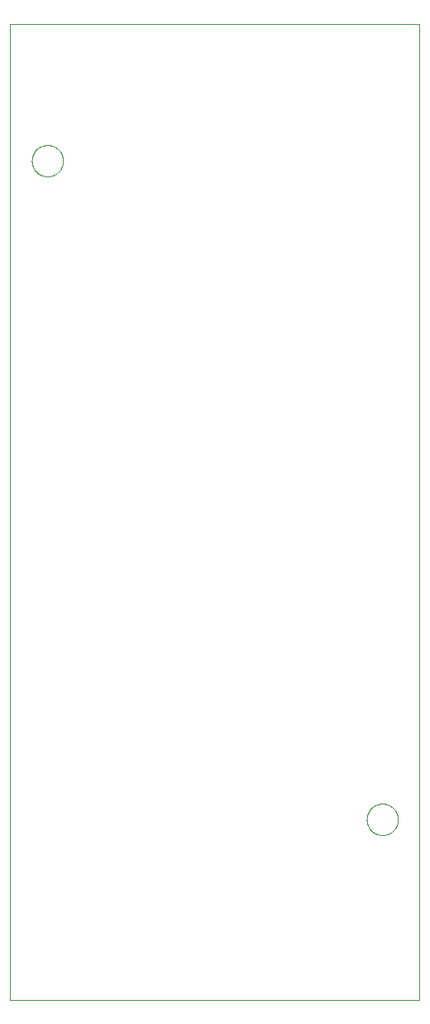
<source format=gko>
G04 EAGLE Gerber RS-274X export*
G75*
%MOMM*%
%FSLAX34Y34*%
%LPD*%
%INBoard Outline*%
%IPPOS*%
%AMOC8*
5,1,8,0,0,1.08239X$1,22.5*%
G01*
%ADD10C,0.000000*%


D10*
X0Y0D02*
X0Y996950D01*
X0Y0D02*
X419100Y0D01*
X419100Y996950D02*
X0Y996950D01*
X419100Y844550D02*
X419100Y0D01*
X419100Y539750D02*
X419100Y996950D01*
X22098Y857250D02*
X22103Y857643D01*
X22117Y858035D01*
X22141Y858427D01*
X22175Y858818D01*
X22218Y859209D01*
X22271Y859598D01*
X22334Y859986D01*
X22405Y860372D01*
X22487Y860756D01*
X22578Y861138D01*
X22678Y861518D01*
X22787Y861895D01*
X22906Y862270D01*
X23033Y862641D01*
X23170Y863009D01*
X23316Y863374D01*
X23471Y863735D01*
X23634Y864092D01*
X23807Y864445D01*
X23987Y864793D01*
X24177Y865137D01*
X24375Y865477D01*
X24581Y865811D01*
X24795Y866140D01*
X25017Y866464D01*
X25247Y866782D01*
X25485Y867095D01*
X25730Y867402D01*
X25983Y867702D01*
X26243Y867996D01*
X26511Y868284D01*
X26785Y868565D01*
X27066Y868839D01*
X27354Y869107D01*
X27648Y869367D01*
X27948Y869620D01*
X28255Y869865D01*
X28568Y870103D01*
X28886Y870333D01*
X29210Y870555D01*
X29539Y870769D01*
X29873Y870975D01*
X30213Y871173D01*
X30557Y871363D01*
X30905Y871543D01*
X31258Y871716D01*
X31615Y871879D01*
X31976Y872034D01*
X32341Y872180D01*
X32709Y872317D01*
X33080Y872444D01*
X33455Y872563D01*
X33832Y872672D01*
X34212Y872772D01*
X34594Y872863D01*
X34978Y872945D01*
X35364Y873016D01*
X35752Y873079D01*
X36141Y873132D01*
X36532Y873175D01*
X36923Y873209D01*
X37315Y873233D01*
X37707Y873247D01*
X38100Y873252D01*
X38493Y873247D01*
X38885Y873233D01*
X39277Y873209D01*
X39668Y873175D01*
X40059Y873132D01*
X40448Y873079D01*
X40836Y873016D01*
X41222Y872945D01*
X41606Y872863D01*
X41988Y872772D01*
X42368Y872672D01*
X42745Y872563D01*
X43120Y872444D01*
X43491Y872317D01*
X43859Y872180D01*
X44224Y872034D01*
X44585Y871879D01*
X44942Y871716D01*
X45295Y871543D01*
X45643Y871363D01*
X45987Y871173D01*
X46327Y870975D01*
X46661Y870769D01*
X46990Y870555D01*
X47314Y870333D01*
X47632Y870103D01*
X47945Y869865D01*
X48252Y869620D01*
X48552Y869367D01*
X48846Y869107D01*
X49134Y868839D01*
X49415Y868565D01*
X49689Y868284D01*
X49957Y867996D01*
X50217Y867702D01*
X50470Y867402D01*
X50715Y867095D01*
X50953Y866782D01*
X51183Y866464D01*
X51405Y866140D01*
X51619Y865811D01*
X51825Y865477D01*
X52023Y865137D01*
X52213Y864793D01*
X52393Y864445D01*
X52566Y864092D01*
X52729Y863735D01*
X52884Y863374D01*
X53030Y863009D01*
X53167Y862641D01*
X53294Y862270D01*
X53413Y861895D01*
X53522Y861518D01*
X53622Y861138D01*
X53713Y860756D01*
X53795Y860372D01*
X53866Y859986D01*
X53929Y859598D01*
X53982Y859209D01*
X54025Y858818D01*
X54059Y858427D01*
X54083Y858035D01*
X54097Y857643D01*
X54102Y857250D01*
X54097Y856857D01*
X54083Y856465D01*
X54059Y856073D01*
X54025Y855682D01*
X53982Y855291D01*
X53929Y854902D01*
X53866Y854514D01*
X53795Y854128D01*
X53713Y853744D01*
X53622Y853362D01*
X53522Y852982D01*
X53413Y852605D01*
X53294Y852230D01*
X53167Y851859D01*
X53030Y851491D01*
X52884Y851126D01*
X52729Y850765D01*
X52566Y850408D01*
X52393Y850055D01*
X52213Y849707D01*
X52023Y849363D01*
X51825Y849023D01*
X51619Y848689D01*
X51405Y848360D01*
X51183Y848036D01*
X50953Y847718D01*
X50715Y847405D01*
X50470Y847098D01*
X50217Y846798D01*
X49957Y846504D01*
X49689Y846216D01*
X49415Y845935D01*
X49134Y845661D01*
X48846Y845393D01*
X48552Y845133D01*
X48252Y844880D01*
X47945Y844635D01*
X47632Y844397D01*
X47314Y844167D01*
X46990Y843945D01*
X46661Y843731D01*
X46327Y843525D01*
X45987Y843327D01*
X45643Y843137D01*
X45295Y842957D01*
X44942Y842784D01*
X44585Y842621D01*
X44224Y842466D01*
X43859Y842320D01*
X43491Y842183D01*
X43120Y842056D01*
X42745Y841937D01*
X42368Y841828D01*
X41988Y841728D01*
X41606Y841637D01*
X41222Y841555D01*
X40836Y841484D01*
X40448Y841421D01*
X40059Y841368D01*
X39668Y841325D01*
X39277Y841291D01*
X38885Y841267D01*
X38493Y841253D01*
X38100Y841248D01*
X37707Y841253D01*
X37315Y841267D01*
X36923Y841291D01*
X36532Y841325D01*
X36141Y841368D01*
X35752Y841421D01*
X35364Y841484D01*
X34978Y841555D01*
X34594Y841637D01*
X34212Y841728D01*
X33832Y841828D01*
X33455Y841937D01*
X33080Y842056D01*
X32709Y842183D01*
X32341Y842320D01*
X31976Y842466D01*
X31615Y842621D01*
X31258Y842784D01*
X30905Y842957D01*
X30557Y843137D01*
X30213Y843327D01*
X29873Y843525D01*
X29539Y843731D01*
X29210Y843945D01*
X28886Y844167D01*
X28568Y844397D01*
X28255Y844635D01*
X27948Y844880D01*
X27648Y845133D01*
X27354Y845393D01*
X27066Y845661D01*
X26785Y845935D01*
X26511Y846216D01*
X26243Y846504D01*
X25983Y846798D01*
X25730Y847098D01*
X25485Y847405D01*
X25247Y847718D01*
X25017Y848036D01*
X24795Y848360D01*
X24581Y848689D01*
X24375Y849023D01*
X24177Y849363D01*
X23987Y849707D01*
X23807Y850055D01*
X23634Y850408D01*
X23471Y850765D01*
X23316Y851126D01*
X23170Y851491D01*
X23033Y851859D01*
X22906Y852230D01*
X22787Y852605D01*
X22678Y852982D01*
X22578Y853362D01*
X22487Y853744D01*
X22405Y854128D01*
X22334Y854514D01*
X22271Y854902D01*
X22218Y855291D01*
X22175Y855682D01*
X22141Y856073D01*
X22117Y856465D01*
X22103Y856857D01*
X22098Y857250D01*
X364998Y184150D02*
X365003Y184543D01*
X365017Y184935D01*
X365041Y185327D01*
X365075Y185718D01*
X365118Y186109D01*
X365171Y186498D01*
X365234Y186886D01*
X365305Y187272D01*
X365387Y187656D01*
X365478Y188038D01*
X365578Y188418D01*
X365687Y188795D01*
X365806Y189170D01*
X365933Y189541D01*
X366070Y189909D01*
X366216Y190274D01*
X366371Y190635D01*
X366534Y190992D01*
X366707Y191345D01*
X366887Y191693D01*
X367077Y192037D01*
X367275Y192377D01*
X367481Y192711D01*
X367695Y193040D01*
X367917Y193364D01*
X368147Y193682D01*
X368385Y193995D01*
X368630Y194302D01*
X368883Y194602D01*
X369143Y194896D01*
X369411Y195184D01*
X369685Y195465D01*
X369966Y195739D01*
X370254Y196007D01*
X370548Y196267D01*
X370848Y196520D01*
X371155Y196765D01*
X371468Y197003D01*
X371786Y197233D01*
X372110Y197455D01*
X372439Y197669D01*
X372773Y197875D01*
X373113Y198073D01*
X373457Y198263D01*
X373805Y198443D01*
X374158Y198616D01*
X374515Y198779D01*
X374876Y198934D01*
X375241Y199080D01*
X375609Y199217D01*
X375980Y199344D01*
X376355Y199463D01*
X376732Y199572D01*
X377112Y199672D01*
X377494Y199763D01*
X377878Y199845D01*
X378264Y199916D01*
X378652Y199979D01*
X379041Y200032D01*
X379432Y200075D01*
X379823Y200109D01*
X380215Y200133D01*
X380607Y200147D01*
X381000Y200152D01*
X381393Y200147D01*
X381785Y200133D01*
X382177Y200109D01*
X382568Y200075D01*
X382959Y200032D01*
X383348Y199979D01*
X383736Y199916D01*
X384122Y199845D01*
X384506Y199763D01*
X384888Y199672D01*
X385268Y199572D01*
X385645Y199463D01*
X386020Y199344D01*
X386391Y199217D01*
X386759Y199080D01*
X387124Y198934D01*
X387485Y198779D01*
X387842Y198616D01*
X388195Y198443D01*
X388543Y198263D01*
X388887Y198073D01*
X389227Y197875D01*
X389561Y197669D01*
X389890Y197455D01*
X390214Y197233D01*
X390532Y197003D01*
X390845Y196765D01*
X391152Y196520D01*
X391452Y196267D01*
X391746Y196007D01*
X392034Y195739D01*
X392315Y195465D01*
X392589Y195184D01*
X392857Y194896D01*
X393117Y194602D01*
X393370Y194302D01*
X393615Y193995D01*
X393853Y193682D01*
X394083Y193364D01*
X394305Y193040D01*
X394519Y192711D01*
X394725Y192377D01*
X394923Y192037D01*
X395113Y191693D01*
X395293Y191345D01*
X395466Y190992D01*
X395629Y190635D01*
X395784Y190274D01*
X395930Y189909D01*
X396067Y189541D01*
X396194Y189170D01*
X396313Y188795D01*
X396422Y188418D01*
X396522Y188038D01*
X396613Y187656D01*
X396695Y187272D01*
X396766Y186886D01*
X396829Y186498D01*
X396882Y186109D01*
X396925Y185718D01*
X396959Y185327D01*
X396983Y184935D01*
X396997Y184543D01*
X397002Y184150D01*
X396997Y183757D01*
X396983Y183365D01*
X396959Y182973D01*
X396925Y182582D01*
X396882Y182191D01*
X396829Y181802D01*
X396766Y181414D01*
X396695Y181028D01*
X396613Y180644D01*
X396522Y180262D01*
X396422Y179882D01*
X396313Y179505D01*
X396194Y179130D01*
X396067Y178759D01*
X395930Y178391D01*
X395784Y178026D01*
X395629Y177665D01*
X395466Y177308D01*
X395293Y176955D01*
X395113Y176607D01*
X394923Y176263D01*
X394725Y175923D01*
X394519Y175589D01*
X394305Y175260D01*
X394083Y174936D01*
X393853Y174618D01*
X393615Y174305D01*
X393370Y173998D01*
X393117Y173698D01*
X392857Y173404D01*
X392589Y173116D01*
X392315Y172835D01*
X392034Y172561D01*
X391746Y172293D01*
X391452Y172033D01*
X391152Y171780D01*
X390845Y171535D01*
X390532Y171297D01*
X390214Y171067D01*
X389890Y170845D01*
X389561Y170631D01*
X389227Y170425D01*
X388887Y170227D01*
X388543Y170037D01*
X388195Y169857D01*
X387842Y169684D01*
X387485Y169521D01*
X387124Y169366D01*
X386759Y169220D01*
X386391Y169083D01*
X386020Y168956D01*
X385645Y168837D01*
X385268Y168728D01*
X384888Y168628D01*
X384506Y168537D01*
X384122Y168455D01*
X383736Y168384D01*
X383348Y168321D01*
X382959Y168268D01*
X382568Y168225D01*
X382177Y168191D01*
X381785Y168167D01*
X381393Y168153D01*
X381000Y168148D01*
X380607Y168153D01*
X380215Y168167D01*
X379823Y168191D01*
X379432Y168225D01*
X379041Y168268D01*
X378652Y168321D01*
X378264Y168384D01*
X377878Y168455D01*
X377494Y168537D01*
X377112Y168628D01*
X376732Y168728D01*
X376355Y168837D01*
X375980Y168956D01*
X375609Y169083D01*
X375241Y169220D01*
X374876Y169366D01*
X374515Y169521D01*
X374158Y169684D01*
X373805Y169857D01*
X373457Y170037D01*
X373113Y170227D01*
X372773Y170425D01*
X372439Y170631D01*
X372110Y170845D01*
X371786Y171067D01*
X371468Y171297D01*
X371155Y171535D01*
X370848Y171780D01*
X370548Y172033D01*
X370254Y172293D01*
X369966Y172561D01*
X369685Y172835D01*
X369411Y173116D01*
X369143Y173404D01*
X368883Y173698D01*
X368630Y173998D01*
X368385Y174305D01*
X368147Y174618D01*
X367917Y174936D01*
X367695Y175260D01*
X367481Y175589D01*
X367275Y175923D01*
X367077Y176263D01*
X366887Y176607D01*
X366707Y176955D01*
X366534Y177308D01*
X366371Y177665D01*
X366216Y178026D01*
X366070Y178391D01*
X365933Y178759D01*
X365806Y179130D01*
X365687Y179505D01*
X365578Y179882D01*
X365478Y180262D01*
X365387Y180644D01*
X365305Y181028D01*
X365234Y181414D01*
X365171Y181802D01*
X365118Y182191D01*
X365075Y182582D01*
X365041Y182973D01*
X365017Y183365D01*
X365003Y183757D01*
X364998Y184150D01*
M02*

</source>
